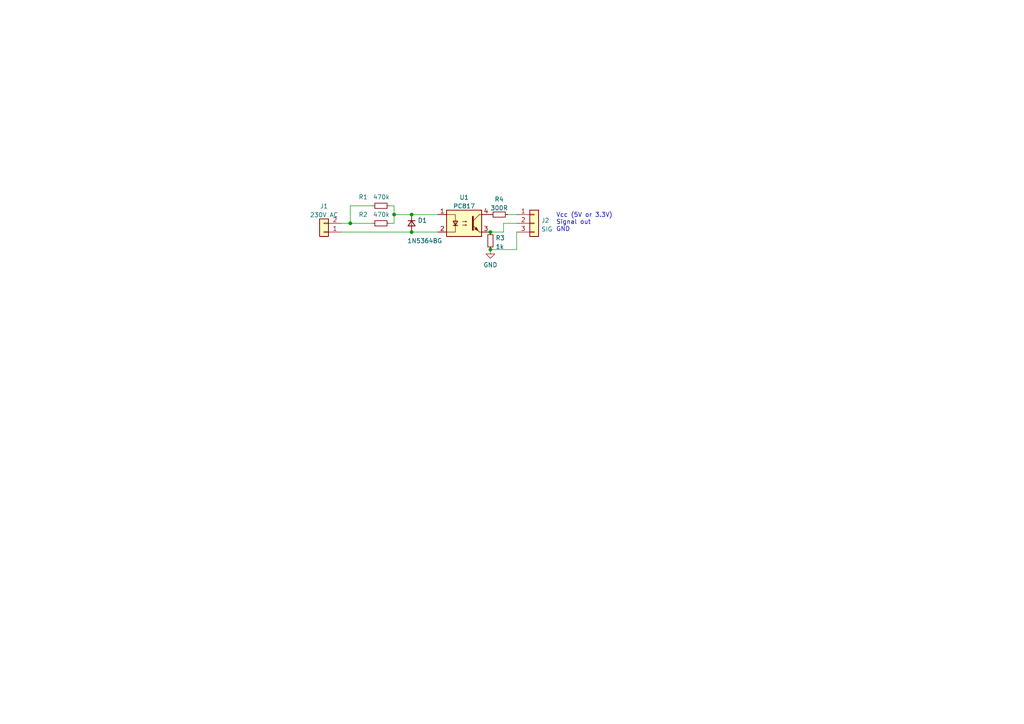
<source format=kicad_sch>
(kicad_sch (version 20211123) (generator eeschema)
  (paper "A4")
  (lib_symbols
    (symbol "Connector_Generic:Conn_01x02" (pin_names (offset 1.016) hide)
      (property "Reference" "J" (at 0 2.54 0))
      (property "Value" "Conn_01x02" (at 0 -5.08 0))
      (symbol "Conn_01x02_1_1"
        (rectangle (start -1.27 -2.413) (end 0 -2.667) (stroke (width 0.1524)))
        (rectangle (start -1.27 0.127) (end 0 -0.127) (stroke (width 0.1524)))
        (rectangle (start -1.27 1.27) (end 1.27 -3.81) (stroke (width 0.254)) (fill (type background)))
        (pin passive line (at -5.08 0 0) (length 3.81) (name "Pin_1") (number "1"))
        (pin passive line (at -5.08 -2.54 0) (length 3.81) (name "Pin_2") (number "2"))
      )
    )
    (symbol "Connector_Generic:Conn_01x03" (pin_names (offset 1.016) hide)
      (property "Reference" "J" (at 0 5.08 0))
      (property "Value" "Conn_01x03" (at 0 -5.08 0))
      (symbol "Conn_01x03_1_1"
        (rectangle (start -1.27 -2.413) (end 0 -2.667) (stroke (width 0.1524)))
        (rectangle (start -1.27 0.127) (end 0 -0.127) (stroke (width 0.1524)))
        (rectangle (start -1.27 2.667) (end 0 2.413) (stroke (width 0.1524)))
        (rectangle (start -1.27 3.81) (end 1.27 -3.81) (stroke (width 0.254)) (fill (type background)))
        (pin passive line (at -5.08 2.54 0) (length 3.81) (name "Pin_1") (number "1"))
        (pin passive line (at -5.08 0 0) (length 3.81) (name "Pin_2") (number "2"))
        (pin passive line (at -5.08 -2.54 0) (length 3.81) (name "Pin_3") (number "3"))
      )
    )
    (symbol "Device:D_Small" (pin_numbers hide) (pin_names (offset 0.254) hide)
      (property "Reference" "D" (at -1.27 2.032 0))
      (property "Value" "D_Small" (at -3.81 -2.032 0))
      (symbol "D_Small_0_1"
        (polyline (pts (xy -0.762 -1.016) (xy -0.762 1.016)) (stroke (width 0.254)))
        (polyline (pts (xy -0.762 0) (xy 0.762 0)))
        (polyline (pts (xy 0.762 -1.016) (xy -0.762 0) (xy 0.762 1.016) (xy 0.762 -1.016)) (stroke (width 0.254)))
      )
      (symbol "D_Small_1_1"
        (pin passive line (at -2.54 0 0) (length 1.778) (name "K") (number "1"))
        (pin passive line (at 2.54 0 180) (length 1.778) (name "A") (number "2"))
      )
    )
    (symbol "Device:R_Small" (pin_numbers hide) (pin_names (offset 0.254) hide)
      (property "Reference" "R" (at 0.762 0.508 0))
      (property "Value" "R_Small" (at 0.762 -1.016 0))
      (symbol "R_Small_0_1"
        (rectangle (start -0.762 1.778) (end 0.762 -1.778) (stroke (width 0.2032)))
      )
      (symbol "R_Small_1_1"
        (pin passive line (at 0 2.54 270) (length 0.762) (name "~") (number "1"))
        (pin passive line (at 0 -2.54 90) (length 0.762) (name "~") (number "2"))
      )
    )
    (symbol "Isolator:PC817" (pin_names (offset 1.016))
      (property "Reference" "U" (at -5.08 5.08 0))
      (property "Value" "PC817" (at 0 5.08 0))
      (symbol "PC817_0_1"
        (rectangle (start -5.08 3.81) (end 5.08 -3.81) (stroke (width 0.254)) (fill (type background)))
        (polyline (pts (xy -3.175 -0.635) (xy -1.905 -0.635)) (stroke (width 0.254)))
        (polyline (pts (xy 2.54 0.635) (xy 4.445 2.54)))
        (polyline (pts (xy 4.445 -2.54) (xy 2.54 -0.635)) (fill (type outline)))
        (polyline (pts (xy 4.445 -2.54) (xy 5.08 -2.54)))
        (polyline (pts (xy 4.445 2.54) (xy 5.08 2.54)))
        (polyline (pts (xy -5.08 2.54) (xy -2.54 2.54) (xy -2.54 -0.635)))
        (polyline (pts (xy -2.54 -0.635) (xy -2.54 -2.54) (xy -5.08 -2.54)))
        (polyline (pts (xy 2.54 1.905) (xy 2.54 -1.905) (xy 2.54 -1.905)) (stroke (width 0.508)))
        (polyline (pts (xy -2.54 -0.635) (xy -3.175 0.635) (xy -1.905 0.635) (xy -2.54 -0.635)) (stroke (width 0.254)))
        (polyline (pts (xy -0.508 -0.508) (xy 0.762 -0.508) (xy 0.381 -0.635) (xy 0.381 -0.381) (xy 0.762 -0.508)))
        (polyline (pts (xy -0.508 0.508) (xy 0.762 0.508) (xy 0.381 0.381) (xy 0.381 0.635) (xy 0.762 0.508)))
        (polyline (pts (xy 3.048 -1.651) (xy 3.556 -1.143) (xy 4.064 -2.159) (xy 3.048 -1.651) (xy 3.048 -1.651)) (fill (type outline)))
      )
      (symbol "PC817_1_1"
        (pin passive line (at -7.62 2.54 0) (length 2.54) (name "~") (number "1"))
        (pin passive line (at -7.62 -2.54 0) (length 2.54) (name "~") (number "2"))
        (pin passive line (at 7.62 -2.54 180) (length 2.54) (name "~") (number "3"))
        (pin passive line (at 7.62 2.54 180) (length 2.54) (name "~") (number "4"))
      )
    )
    (symbol "power:GND" (power) (pin_names (offset 0))
      (property "Value" "GND" (at 0 -3.81 0))
      (symbol "GND_0_1"
        (polyline (pts (xy 0 0) (xy 0 -1.27) (xy 1.27 -1.27) (xy 0 -2.54) (xy -1.27 -1.27) (xy 0 -1.27)))
      )
      (symbol "GND_1_1"
        (pin power_in line (at 0 0 270) (length 0) hide (name "GND") (number "1"))
      )
    )
  )
  (junction (at 142.24 72.39))
  (junction (at 142.24 67.31))
  (junction (at 101.6 64.77))
  (junction (at 114.3 62.23))
  (junction (at 119.38 67.31))
  (junction (at 119.38 62.23))
  (wire (pts (xy 107.95 59.69) (xy 101.6 59.69)))
  (wire (pts (xy 119.38 62.23) (xy 127 62.23)))
  (wire (pts (xy 101.6 64.77) (xy 107.95 64.77)))
  (wire (pts (xy 101.6 59.69) (xy 101.6 64.77)))
  (wire (pts (xy 149.86 72.39) (xy 149.86 67.31)))
  (wire (pts (xy 114.3 62.23) (xy 114.3 64.77)))
  (wire (pts (xy 146.05 67.31) (xy 146.05 64.77)))
  (wire (pts (xy 146.05 64.77) (xy 149.86 64.77)))
  (wire (pts (xy 114.3 59.69) (xy 114.3 62.23)))
  (wire (pts (xy 114.3 59.69) (xy 113.03 59.69)))
  (wire (pts (xy 142.24 72.39) (xy 149.86 72.39)))
  (wire (pts (xy 147.32 62.23) (xy 149.86 62.23)))
  (wire (pts (xy 142.24 67.31) (xy 146.05 67.31)))
  (wire (pts (xy 119.38 67.31) (xy 127 67.31)))
  (wire (pts (xy 99.06 64.77) (xy 101.6 64.77)))
  (wire (pts (xy 99.06 67.31) (xy 119.38 67.31)))
  (wire (pts (xy 114.3 64.77) (xy 113.03 64.77)))
  (wire (pts (xy 114.3 62.23) (xy 119.38 62.23)))
  (text "Vcc (5V or 3.3V)\nSignal out\nGND" (at 161.29 67.31 0) (effects (font (size 1.27 1.27)) (justify left bottom)))
  (symbol (lib_id "Isolator:PC817") (at 134.62 64.77 0) (unit 1)
    (property "Reference" "U1" (at 134.62 57.2602 0))
    (property "Value" "PC817" (at 134.62 59.7971 0))
    (property "Footprint" "Package_DIP:DIP-4_W7.62mm" (effects hide))
    (property "Datasheet" "http://www.soselectronic.cz/a_info/resource/d/pc817.pdf" (effects hide))
  )
  (symbol (lib_id "power:GND") (at 142.24 72.39 0) (unit 1)
    (property "Reference" "#PWR01" (effects hide))
    (property "Value" "GND" (at 142.24 76.8334 0))
  )
  (symbol (lib_id "Device:D_Small") (at 119.38 64.77 270) (unit 1)
    (property "Reference" "D1" (at 121.158 63.9353 90) (effects (justify left)))
    (property "Value" "1N5364BG" (at 118.11 69.85 90) (effects (justify left)))
  )
  (symbol (lib_id "Device:R_Small") (at 110.49 64.77 90) (unit 1)
    (property "Reference" "R2" (at 106.68 62.23 90) (effects (justify left)))
    (property "Value" "470k" (at 113.03 62.23 90) (effects (justify left)))
  )
  (symbol (lib_id "Device:R_Small") (at 142.24 69.85 180) (unit 1)
    (property "Reference" "R3" (at 143.7386 69.0153 0) (effects (justify right)))
    (property "Value" "1k" (at 143.7386 71.5522 0) (effects (justify right)))
  )
  (symbol (lib_id "Device:R_Small") (at 144.78 62.23 90) (unit 1)
    (property "Reference" "R4" (at 144.78 57.7936 90))
    (property "Value" "300R" (at 144.78 60.3305 90))
  )
  (symbol (lib_id "Connector_Generic:Conn_01x02") (at 93.98 67.31 180) (unit 1)
    (property "Reference" "J1" (at 93.98 59.8002 0))
    (property "Value" "230V AC" (at 93.98 62.3371 0))
  )
  (symbol (lib_id "Connector_Generic:Conn_01x03") (at 154.94 64.77 0) (unit 1)
    (property "Reference" "J2" (at 156.972 63.9353 0) (effects (justify left)))
    (property "Value" "SIG" (at 156.972 66.4722 0) (effects (justify left)))
  )
  (symbol (lib_id "Device:R_Small") (at 110.49 59.69 90) (unit 1)
    (property "Reference" "R1" (at 106.68 57.15 90) (effects (justify left)))
    (property "Value" "470k" (at 113.03 57.15 90) (effects (justify left)))
  )
)
</source>
